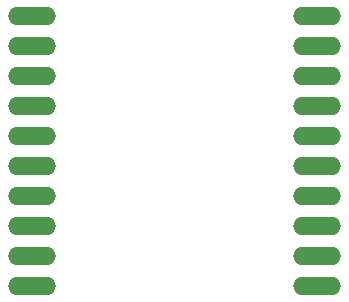
<source format=gbp>
G04 (created by PCBNEW-RS274X (2012-01-19 BZR 3256)-stable) date 20/09/2012 17:26:11*
G01*
G70*
G90*
%MOIN*%
G04 Gerber Fmt 3.4, Leading zero omitted, Abs format*
%FSLAX34Y34*%
G04 APERTURE LIST*
%ADD10C,0.006000*%
%ADD11O,0.160000X0.060000*%
G04 APERTURE END LIST*
G54D10*
G54D11*
X85000Y-64500D03*
X85000Y-63500D03*
X85000Y-62500D03*
X85000Y-61500D03*
X85000Y-60500D03*
X85000Y-59500D03*
X85000Y-58500D03*
X85000Y-57500D03*
X85000Y-56500D03*
X85000Y-55500D03*
X94500Y-64500D03*
X94500Y-63500D03*
X94500Y-62500D03*
X94500Y-61500D03*
X94500Y-60500D03*
X94500Y-59500D03*
X94500Y-58500D03*
X94500Y-57500D03*
X94500Y-56500D03*
X94500Y-55500D03*
M02*

</source>
